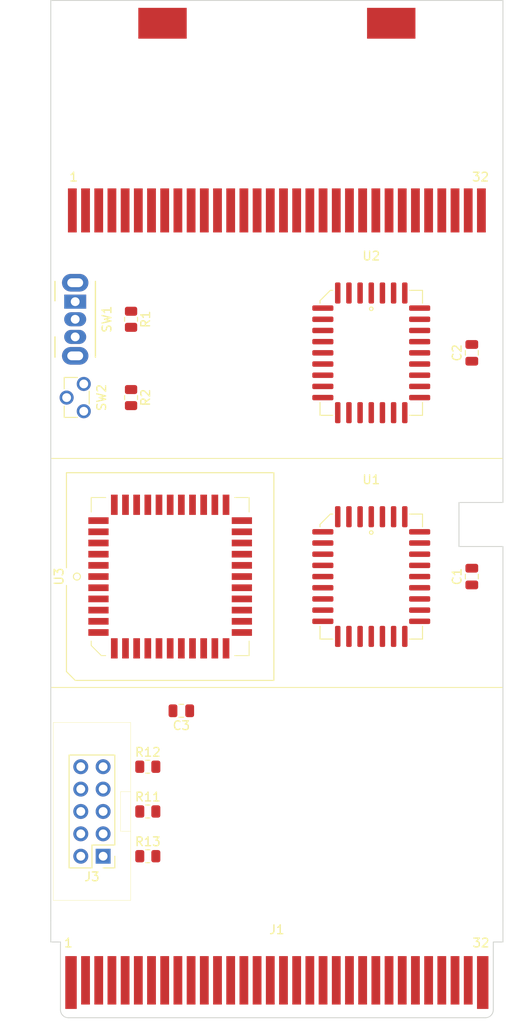
<source format=kicad_pcb>
(kicad_pcb (version 20171130) (host pcbnew "(5.1.10-1-10_14)")

  (general
    (thickness 0.8)
    (drawings 9)
    (tracks 0)
    (zones 0)
    (modules 16)
    (nets 50)
  )

  (page A4)
  (title_block
    (title "GB MemoryBackup Mainboard")
    (date 2023-03-14)
    (rev 1.0)
    (company SONIC3D)
  )

  (layers
    (0 F.Cu signal)
    (31 B.Cu signal)
    (32 B.Adhes user)
    (33 F.Adhes user)
    (34 B.Paste user)
    (35 F.Paste user)
    (36 B.SilkS user)
    (37 F.SilkS user)
    (38 B.Mask user)
    (39 F.Mask user)
    (40 Dwgs.User user)
    (41 Cmts.User user)
    (42 Eco1.User user)
    (43 Eco2.User user)
    (44 Edge.Cuts user)
    (45 Margin user)
    (46 B.CrtYd user)
    (47 F.CrtYd user)
    (48 B.Fab user)
    (49 F.Fab user)
  )

  (setup
    (last_trace_width 0.25)
    (trace_clearance 0.2)
    (zone_clearance 0.508)
    (zone_45_only yes)
    (trace_min 0.2)
    (via_size 0.8)
    (via_drill 0.4)
    (via_min_size 0.4)
    (via_min_drill 0.3)
    (uvia_size 0.3)
    (uvia_drill 0.1)
    (uvias_allowed no)
    (uvia_min_size 0.2)
    (uvia_min_drill 0.1)
    (edge_width 0.05)
    (segment_width 0.2)
    (pcb_text_width 0.3)
    (pcb_text_size 1.5 1.5)
    (mod_edge_width 0.12)
    (mod_text_size 1 1)
    (mod_text_width 0.15)
    (pad_size 1.524 1.524)
    (pad_drill 0.762)
    (pad_to_mask_clearance 0.051)
    (solder_mask_min_width 0.25)
    (aux_axis_origin 0 0)
    (visible_elements FFFFFF7F)
    (pcbplotparams
      (layerselection 0x010fc_ffffffff)
      (usegerberextensions false)
      (usegerberattributes true)
      (usegerberadvancedattributes true)
      (creategerberjobfile true)
      (excludeedgelayer true)
      (linewidth 0.100000)
      (plotframeref false)
      (viasonmask false)
      (mode 1)
      (useauxorigin false)
      (hpglpennumber 1)
      (hpglpenspeed 20)
      (hpglpendiameter 15.000000)
      (psnegative false)
      (psa4output false)
      (plotreference true)
      (plotvalue true)
      (plotinvisibletext false)
      (padsonsilk false)
      (subtractmaskfromsilk false)
      (outputformat 1)
      (mirror false)
      (drillshape 1)
      (scaleselection 1)
      (outputdirectory ""))
  )

  (net 0 "")
  (net 1 +5V)
  (net 2 GND)
  (net 3 /AAudioIn)
  (net 4 /~ARST)
  (net 5 /AD7)
  (net 6 /AD6)
  (net 7 /AD5)
  (net 8 /AD4)
  (net 9 /AD3)
  (net 10 /AD2)
  (net 11 /AD1)
  (net 12 /AD0)
  (net 13 /AA15)
  (net 14 /AA14)
  (net 15 /AA13)
  (net 16 /AA12)
  (net 17 /AA11)
  (net 18 /AA10)
  (net 19 /AA9)
  (net 20 /AA8)
  (net 21 /AA7)
  (net 22 /AA6)
  (net 23 /AA5)
  (net 24 /AA4)
  (net 25 /AA3)
  (net 26 /AA2)
  (net 27 /AA1)
  (net 28 /AA0)
  (net 29 /~ASRAM_CS)
  (net 30 /~ARD)
  (net 31 /~AWR)
  (net 32 /ACLK)
  (net 33 /AA15_T)
  (net 34 /~ARD_T)
  (net 35 /~AWR_T)
  (net 36 /TCK)
  (net 37 /TDO)
  (net 38 /TMS)
  (net 39 /TDI)
  (net 40 /~SW_1)
  (net 41 /~SW_2)
  (net 42 /F010_A14)
  (net 43 /~F_CE_010)
  (net 44 /F040_A17)
  (net 45 /F040_A14)
  (net 46 /~F_CE_040)
  (net 47 /F040_A15)
  (net 48 /F040_A16)
  (net 49 /F040_A18)

  (net_class Default "This is the default net class."
    (clearance 0.2)
    (trace_width 0.25)
    (via_dia 0.8)
    (via_drill 0.4)
    (uvia_dia 0.3)
    (uvia_drill 0.1)
    (add_net +5V)
    (add_net /AA0)
    (add_net /AA1)
    (add_net /AA10)
    (add_net /AA11)
    (add_net /AA12)
    (add_net /AA13)
    (add_net /AA14)
    (add_net /AA15)
    (add_net /AA15_T)
    (add_net /AA2)
    (add_net /AA3)
    (add_net /AA4)
    (add_net /AA5)
    (add_net /AA6)
    (add_net /AA7)
    (add_net /AA8)
    (add_net /AA9)
    (add_net /AAudioIn)
    (add_net /ACLK)
    (add_net /AD0)
    (add_net /AD1)
    (add_net /AD2)
    (add_net /AD3)
    (add_net /AD4)
    (add_net /AD5)
    (add_net /AD6)
    (add_net /AD7)
    (add_net /F010_A14)
    (add_net /F040_A14)
    (add_net /F040_A15)
    (add_net /F040_A16)
    (add_net /F040_A17)
    (add_net /F040_A18)
    (add_net /TCK)
    (add_net /TDI)
    (add_net /TDO)
    (add_net /TMS)
    (add_net /~ARD)
    (add_net /~ARD_T)
    (add_net /~ARST)
    (add_net /~ASRAM_CS)
    (add_net /~AWR)
    (add_net /~AWR_T)
    (add_net /~F_CE_010)
    (add_net /~F_CE_040)
    (add_net /~SW_1)
    (add_net /~SW_2)
    (add_net GND)
  )

  (module Button_Switch_THT_JLCPCB:KEY-TH_K2-1109DE-CXXW-XX (layer F.Cu) (tedit 6410A170) (tstamp 6410B7AC)
    (at 66.675 85.09 270)
    (descr "tactile switch SPST right angle, PTS645VL58-2 LFS")
    (tags "tactile switch SPST angled PTS645VL58-2 LFS C&K Button")
    (path /64692872)
    (solder_mask_margin 0.051)
    (fp_text reference SW2 (at 0 -3 270) (layer F.SilkS)
      (effects (font (size 1 1) (thickness 0.15)))
    )
    (fp_text value SW_Push (at 0 4.75 90) (layer F.Fab)
      (effects (font (size 1 1) (thickness 0.15)))
    )
    (fp_text user %R (at 0 -3 270) (layer F.Fab)
      (effects (font (size 1 1) (thickness 0.15)))
    )
    (fp_line (start 2.5 3.75) (end -2.5 3.75) (layer F.CrtYd) (width 0.05))
    (fp_line (start -2.5 3.75) (end -2.5 -2.25) (layer F.CrtYd) (width 0.05))
    (fp_line (start -2.5 -2.25) (end 2.5 -2.25) (layer F.CrtYd) (width 0.05))
    (fp_line (start 2.5 -2.25) (end 2.5 3.75) (layer F.CrtYd) (width 0.05))
    (fp_line (start -2.286 1.25) (end -2.286 -0.255) (layer F.SilkS) (width 0.12))
    (fp_line (start 0.722 -1.59) (end -0.722 -1.59) (layer F.SilkS) (width 0.12))
    (fp_line (start -2.286 1.25) (end -1 1.25) (layer F.SilkS) (width 0.12))
    (fp_line (start 0.964 1.25) (end 2.25 1.25) (layer F.SilkS) (width 0.12))
    (fp_line (start 2.25 1.25) (end 2.25 -0.255) (layer F.SilkS) (width 0.12))
    (fp_line (start -1.25 1.25) (end -1.25 3.5) (layer F.Fab) (width 0.12))
    (fp_line (start -1.25 3.5) (end 1.25 3.5) (layer F.Fab) (width 0.12))
    (fp_line (start 1.25 3.5) (end 1.25 1.25) (layer F.Fab) (width 0.12))
    (pad 3 thru_hole circle (at 0 0.975 90) (size 1.6 1.6) (drill 1) (layers *.Cu *.Mask))
    (pad 1 thru_hole circle (at 1.549 -0.975 90) (size 1.6 1.6) (drill 1) (layers *.Cu *.Mask)
      (net 41 /~SW_2))
    (pad 2 thru_hole circle (at -1.549 -0.975 90) (size 1.6 1.6) (drill 1) (layers *.Cu *.Mask)
      (net 2 GND))
    (model ${KISYS3DMOD}/Button_Switch_THT.3dshapes/SW_Tactile_SPST_Angled_PTS645Vx58-2LFS.wrl
      (at (xyz 0 0 0))
      (scale (xyz 1 1 1))
      (rotate (xyz 0 0 0))
    )
  )

  (module Package_LCC_JLCPCB:PLCC-32_L14.0-W11.5-P1.27-T (layer F.Cu) (tedit 64108B26) (tstamp 6410C0E7)
    (at 100.33 80.01)
    (descr "PLCC, 32 Pin (http://ww1.microchip.com/downloads/en/DeviceDoc/doc0015.pdf), generated with kicad-footprint-generator ipc_plcc_jLead_generator.py")
    (tags "PLCC LCC")
    (path /64EAD1E4)
    (solder_mask_margin 0.051)
    (attr smd)
    (fp_text reference U2 (at 0 -11) (layer F.SilkS)
      (effects (font (size 1 1) (thickness 0.15)))
    )
    (fp_text value 28SF040-120-4C-NH-PLCC32 (at 0 11.2) (layer F.Fab)
      (effects (font (size 1 1) (thickness 0.15)))
    )
    (fp_circle (center 0 -5) (end 0.206155 -5) (layer F.SilkS) (width 0.12))
    (fp_line (start -8.95 10.35) (end -8.95 -10.35) (layer F.CrtYd) (width 0.12))
    (fp_line (start 8.95 10.35) (end -8.95 10.35) (layer F.CrtYd) (width 0.12))
    (fp_line (start 8.95 -10.35) (end 8.95 10.35) (layer F.CrtYd) (width 0.12))
    (fp_line (start -8.95 -10.35) (end 8.95 -10.35) (layer F.CrtYd) (width 0.12))
    (fp_line (start 4.37 -7.095) (end 5.825 -7.095) (layer F.SilkS) (width 0.12))
    (fp_line (start 5.825 -7.095) (end 5.825 -5.64) (layer F.SilkS) (width 0.12))
    (fp_line (start -4.37 7.095) (end -5.825 7.095) (layer F.SilkS) (width 0.12))
    (fp_line (start -5.825 7.095) (end -5.825 5.64) (layer F.SilkS) (width 0.12))
    (fp_line (start 4.37 7.095) (end 5.825 7.095) (layer F.SilkS) (width 0.12))
    (fp_line (start 5.825 7.095) (end 5.825 5.64) (layer F.SilkS) (width 0.12))
    (fp_line (start -4.37 -7.095) (end -4.652782 -7.095) (layer F.SilkS) (width 0.12))
    (fp_line (start -4.652782 -7.095) (end -5.825 -5.922782) (layer F.SilkS) (width 0.12))
    (fp_line (start -5.825 -5.922782) (end -5.825 -5.64) (layer F.SilkS) (width 0.12))
    (fp_line (start 0 -6.277893) (end 0.5 -6.985) (layer F.Fab) (width 0.1))
    (fp_line (start 0.5 -6.985) (end 5.715 -6.985) (layer F.Fab) (width 0.1))
    (fp_line (start 5.715 -6.985) (end 5.715 6.985) (layer F.Fab) (width 0.1))
    (fp_line (start 5.715 6.985) (end -5.715 6.985) (layer F.Fab) (width 0.1))
    (fp_line (start -5.715 6.985) (end -5.715 -5.845) (layer F.Fab) (width 0.1))
    (fp_line (start -5.715 -5.845) (end -4.575 -6.985) (layer F.Fab) (width 0.1))
    (fp_line (start -4.575 -6.985) (end -0.5 -6.985) (layer F.Fab) (width 0.1))
    (fp_line (start -0.5 -6.985) (end 0 -6.277893) (layer F.Fab) (width 0.1))
    (fp_text user %R (at 0 0) (layer F.Fab)
      (effects (font (size 1 1) (thickness 0.15)))
    )
    (pad 32 smd roundrect (at 1.27 -6.793) (size 0.62 2.4) (layers F.Cu F.Paste F.Mask) (roundrect_rratio 0.25)
      (net 1 +5V))
    (pad 31 smd roundrect (at 2.54 -6.793) (size 0.62 2.4) (layers F.Cu F.Paste F.Mask) (roundrect_rratio 0.25)
      (net 31 /~AWR))
    (pad 30 smd roundrect (at 3.81 -6.793) (size 0.62 2.4) (layers F.Cu F.Paste F.Mask) (roundrect_rratio 0.25)
      (net 44 /F040_A17))
    (pad 29 smd roundrect (at 5.503 -5.08) (size 2.4 0.62) (layers F.Cu F.Paste F.Mask) (roundrect_rratio 0.25)
      (net 45 /F040_A14))
    (pad 28 smd roundrect (at 5.503 -3.81) (size 2.4 0.62) (layers F.Cu F.Paste F.Mask) (roundrect_rratio 0.25)
      (net 15 /AA13))
    (pad 27 smd roundrect (at 5.503 -2.54) (size 2.4 0.62) (layers F.Cu F.Paste F.Mask) (roundrect_rratio 0.25)
      (net 20 /AA8))
    (pad 26 smd roundrect (at 5.503 -1.27) (size 2.4 0.62) (layers F.Cu F.Paste F.Mask) (roundrect_rratio 0.25)
      (net 19 /AA9))
    (pad 25 smd roundrect (at 5.503 0) (size 2.4 0.62) (layers F.Cu F.Paste F.Mask) (roundrect_rratio 0.25)
      (net 17 /AA11))
    (pad 24 smd roundrect (at 5.503 1.27) (size 2.4 0.62) (layers F.Cu F.Paste F.Mask) (roundrect_rratio 0.25)
      (net 30 /~ARD))
    (pad 23 smd roundrect (at 5.503 2.54) (size 2.4 0.62) (layers F.Cu F.Paste F.Mask) (roundrect_rratio 0.25)
      (net 18 /AA10))
    (pad 22 smd roundrect (at 5.503 3.81) (size 2.4 0.62) (layers F.Cu F.Paste F.Mask) (roundrect_rratio 0.25)
      (net 46 /~F_CE_040))
    (pad 21 smd roundrect (at 5.503 5.08) (size 2.4 0.62) (layers F.Cu F.Paste F.Mask) (roundrect_rratio 0.25)
      (net 5 /AD7))
    (pad 20 smd roundrect (at 3.81 6.793) (size 0.62 2.4) (layers F.Cu F.Paste F.Mask) (roundrect_rratio 0.25)
      (net 6 /AD6))
    (pad 19 smd roundrect (at 2.54 6.793) (size 0.62 2.4) (layers F.Cu F.Paste F.Mask) (roundrect_rratio 0.25)
      (net 7 /AD5))
    (pad 18 smd roundrect (at 1.27 6.793) (size 0.62 2.4) (layers F.Cu F.Paste F.Mask) (roundrect_rratio 0.25)
      (net 8 /AD4))
    (pad 17 smd roundrect (at 0 6.793) (size 0.62 2.4) (layers F.Cu F.Paste F.Mask) (roundrect_rratio 0.25)
      (net 9 /AD3))
    (pad 16 smd roundrect (at -1.27 6.793) (size 0.62 2.4) (layers F.Cu F.Paste F.Mask) (roundrect_rratio 0.25)
      (net 2 GND))
    (pad 15 smd roundrect (at -2.54 6.793) (size 0.62 2.4) (layers F.Cu F.Paste F.Mask) (roundrect_rratio 0.25)
      (net 10 /AD2))
    (pad 14 smd roundrect (at -3.81 6.793) (size 0.62 2.4) (layers F.Cu F.Paste F.Mask) (roundrect_rratio 0.25)
      (net 11 /AD1))
    (pad 13 smd roundrect (at -5.503 5.08) (size 2.4 0.62) (layers F.Cu F.Paste F.Mask) (roundrect_rratio 0.25)
      (net 12 /AD0))
    (pad 12 smd roundrect (at -5.503 3.81) (size 2.4 0.62) (layers F.Cu F.Paste F.Mask) (roundrect_rratio 0.25)
      (net 28 /AA0))
    (pad 11 smd roundrect (at -5.503 2.54) (size 2.4 0.62) (layers F.Cu F.Paste F.Mask) (roundrect_rratio 0.25)
      (net 27 /AA1))
    (pad 10 smd roundrect (at -5.503 1.27) (size 2.4 0.62) (layers F.Cu F.Paste F.Mask) (roundrect_rratio 0.25)
      (net 26 /AA2))
    (pad 9 smd roundrect (at -5.503 0) (size 2.4 0.62) (layers F.Cu F.Paste F.Mask) (roundrect_rratio 0.25)
      (net 25 /AA3))
    (pad 8 smd roundrect (at -5.503 -1.27) (size 2.4 0.62) (layers F.Cu F.Paste F.Mask) (roundrect_rratio 0.25)
      (net 24 /AA4))
    (pad 7 smd roundrect (at -5.503 -2.54) (size 2.4 0.62) (layers F.Cu F.Paste F.Mask) (roundrect_rratio 0.25)
      (net 23 /AA5))
    (pad 6 smd roundrect (at -5.503 -3.81) (size 2.4 0.62) (layers F.Cu F.Paste F.Mask) (roundrect_rratio 0.25)
      (net 22 /AA6))
    (pad 5 smd roundrect (at -5.503 -5.08) (size 2.4 0.62) (layers F.Cu F.Paste F.Mask) (roundrect_rratio 0.25)
      (net 21 /AA7))
    (pad 4 smd roundrect (at -3.81 -6.793) (size 0.62 2.4) (layers F.Cu F.Paste F.Mask) (roundrect_rratio 0.25)
      (net 16 /AA12))
    (pad 3 smd roundrect (at -2.54 -6.793) (size 0.62 2.4) (layers F.Cu F.Paste F.Mask) (roundrect_rratio 0.25)
      (net 47 /F040_A15))
    (pad 2 smd roundrect (at -1.27 -6.793) (size 0.62 2.4) (layers F.Cu F.Paste F.Mask) (roundrect_rratio 0.25)
      (net 48 /F040_A16))
    (pad 1 smd roundrect (at 0 -6.793) (size 0.62 2.4) (layers F.Cu F.Paste F.Mask) (roundrect_rratio 0.25)
      (net 49 /F040_A18))
    (model ${KISYS3DMOD}/Package_LCC.3dshapes/PLCC-32_11.4x14.0mm_P1.27mm.wrl
      (at (xyz 0 0 0))
      (scale (xyz 1 1 1))
      (rotate (xyz 0 0 0))
    )
  )

  (module Package_LCC_JLCPCB:PLCC-32_L14.0-W11.5-P1.27-T (layer F.Cu) (tedit 64108B26) (tstamp 64110243)
    (at 100.33 105.41)
    (descr "PLCC, 32 Pin (http://ww1.microchip.com/downloads/en/DeviceDoc/doc0015.pdf), generated with kicad-footprint-generator ipc_plcc_jLead_generator.py")
    (tags "PLCC LCC")
    (path /62148CFE)
    (solder_mask_margin 0.051)
    (attr smd)
    (fp_text reference U1 (at 0 -11) (layer F.SilkS)
      (effects (font (size 1 1) (thickness 0.15)))
    )
    (fp_text value AT29C010A-PLCC32 (at 0 11.2) (layer F.Fab)
      (effects (font (size 1 1) (thickness 0.15)))
    )
    (fp_circle (center 0 -5) (end 0.206155 -5) (layer F.SilkS) (width 0.12))
    (fp_line (start -8.95 10.35) (end -8.95 -10.35) (layer F.CrtYd) (width 0.12))
    (fp_line (start 8.95 10.35) (end -8.95 10.35) (layer F.CrtYd) (width 0.12))
    (fp_line (start 8.95 -10.35) (end 8.95 10.35) (layer F.CrtYd) (width 0.12))
    (fp_line (start -8.95 -10.35) (end 8.95 -10.35) (layer F.CrtYd) (width 0.12))
    (fp_line (start 4.37 -7.095) (end 5.825 -7.095) (layer F.SilkS) (width 0.12))
    (fp_line (start 5.825 -7.095) (end 5.825 -5.64) (layer F.SilkS) (width 0.12))
    (fp_line (start -4.37 7.095) (end -5.825 7.095) (layer F.SilkS) (width 0.12))
    (fp_line (start -5.825 7.095) (end -5.825 5.64) (layer F.SilkS) (width 0.12))
    (fp_line (start 4.37 7.095) (end 5.825 7.095) (layer F.SilkS) (width 0.12))
    (fp_line (start 5.825 7.095) (end 5.825 5.64) (layer F.SilkS) (width 0.12))
    (fp_line (start -4.37 -7.095) (end -4.652782 -7.095) (layer F.SilkS) (width 0.12))
    (fp_line (start -4.652782 -7.095) (end -5.825 -5.922782) (layer F.SilkS) (width 0.12))
    (fp_line (start -5.825 -5.922782) (end -5.825 -5.64) (layer F.SilkS) (width 0.12))
    (fp_line (start 0 -6.277893) (end 0.5 -6.985) (layer F.Fab) (width 0.1))
    (fp_line (start 0.5 -6.985) (end 5.715 -6.985) (layer F.Fab) (width 0.1))
    (fp_line (start 5.715 -6.985) (end 5.715 6.985) (layer F.Fab) (width 0.1))
    (fp_line (start 5.715 6.985) (end -5.715 6.985) (layer F.Fab) (width 0.1))
    (fp_line (start -5.715 6.985) (end -5.715 -5.845) (layer F.Fab) (width 0.1))
    (fp_line (start -5.715 -5.845) (end -4.575 -6.985) (layer F.Fab) (width 0.1))
    (fp_line (start -4.575 -6.985) (end -0.5 -6.985) (layer F.Fab) (width 0.1))
    (fp_line (start -0.5 -6.985) (end 0 -6.277893) (layer F.Fab) (width 0.1))
    (fp_text user %R (at 0 0) (layer F.Fab)
      (effects (font (size 1 1) (thickness 0.15)))
    )
    (pad 32 smd roundrect (at 1.27 -6.793) (size 0.62 2.4) (layers F.Cu F.Paste F.Mask) (roundrect_rratio 0.25)
      (net 1 +5V))
    (pad 31 smd roundrect (at 2.54 -6.793) (size 0.62 2.4) (layers F.Cu F.Paste F.Mask) (roundrect_rratio 0.25)
      (net 31 /~AWR))
    (pad 30 smd roundrect (at 3.81 -6.793) (size 0.62 2.4) (layers F.Cu F.Paste F.Mask) (roundrect_rratio 0.25)
      (net 2 GND))
    (pad 29 smd roundrect (at 5.503 -5.08) (size 2.4 0.62) (layers F.Cu F.Paste F.Mask) (roundrect_rratio 0.25)
      (net 42 /F010_A14))
    (pad 28 smd roundrect (at 5.503 -3.81) (size 2.4 0.62) (layers F.Cu F.Paste F.Mask) (roundrect_rratio 0.25)
      (net 15 /AA13))
    (pad 27 smd roundrect (at 5.503 -2.54) (size 2.4 0.62) (layers F.Cu F.Paste F.Mask) (roundrect_rratio 0.25)
      (net 20 /AA8))
    (pad 26 smd roundrect (at 5.503 -1.27) (size 2.4 0.62) (layers F.Cu F.Paste F.Mask) (roundrect_rratio 0.25)
      (net 19 /AA9))
    (pad 25 smd roundrect (at 5.503 0) (size 2.4 0.62) (layers F.Cu F.Paste F.Mask) (roundrect_rratio 0.25)
      (net 17 /AA11))
    (pad 24 smd roundrect (at 5.503 1.27) (size 2.4 0.62) (layers F.Cu F.Paste F.Mask) (roundrect_rratio 0.25)
      (net 30 /~ARD))
    (pad 23 smd roundrect (at 5.503 2.54) (size 2.4 0.62) (layers F.Cu F.Paste F.Mask) (roundrect_rratio 0.25)
      (net 18 /AA10))
    (pad 22 smd roundrect (at 5.503 3.81) (size 2.4 0.62) (layers F.Cu F.Paste F.Mask) (roundrect_rratio 0.25)
      (net 43 /~F_CE_010))
    (pad 21 smd roundrect (at 5.503 5.08) (size 2.4 0.62) (layers F.Cu F.Paste F.Mask) (roundrect_rratio 0.25)
      (net 5 /AD7))
    (pad 20 smd roundrect (at 3.81 6.793) (size 0.62 2.4) (layers F.Cu F.Paste F.Mask) (roundrect_rratio 0.25)
      (net 6 /AD6))
    (pad 19 smd roundrect (at 2.54 6.793) (size 0.62 2.4) (layers F.Cu F.Paste F.Mask) (roundrect_rratio 0.25)
      (net 7 /AD5))
    (pad 18 smd roundrect (at 1.27 6.793) (size 0.62 2.4) (layers F.Cu F.Paste F.Mask) (roundrect_rratio 0.25)
      (net 8 /AD4))
    (pad 17 smd roundrect (at 0 6.793) (size 0.62 2.4) (layers F.Cu F.Paste F.Mask) (roundrect_rratio 0.25)
      (net 9 /AD3))
    (pad 16 smd roundrect (at -1.27 6.793) (size 0.62 2.4) (layers F.Cu F.Paste F.Mask) (roundrect_rratio 0.25)
      (net 2 GND))
    (pad 15 smd roundrect (at -2.54 6.793) (size 0.62 2.4) (layers F.Cu F.Paste F.Mask) (roundrect_rratio 0.25)
      (net 10 /AD2))
    (pad 14 smd roundrect (at -3.81 6.793) (size 0.62 2.4) (layers F.Cu F.Paste F.Mask) (roundrect_rratio 0.25)
      (net 11 /AD1))
    (pad 13 smd roundrect (at -5.503 5.08) (size 2.4 0.62) (layers F.Cu F.Paste F.Mask) (roundrect_rratio 0.25)
      (net 12 /AD0))
    (pad 12 smd roundrect (at -5.503 3.81) (size 2.4 0.62) (layers F.Cu F.Paste F.Mask) (roundrect_rratio 0.25)
      (net 28 /AA0))
    (pad 11 smd roundrect (at -5.503 2.54) (size 2.4 0.62) (layers F.Cu F.Paste F.Mask) (roundrect_rratio 0.25)
      (net 27 /AA1))
    (pad 10 smd roundrect (at -5.503 1.27) (size 2.4 0.62) (layers F.Cu F.Paste F.Mask) (roundrect_rratio 0.25)
      (net 26 /AA2))
    (pad 9 smd roundrect (at -5.503 0) (size 2.4 0.62) (layers F.Cu F.Paste F.Mask) (roundrect_rratio 0.25)
      (net 25 /AA3))
    (pad 8 smd roundrect (at -5.503 -1.27) (size 2.4 0.62) (layers F.Cu F.Paste F.Mask) (roundrect_rratio 0.25)
      (net 24 /AA4))
    (pad 7 smd roundrect (at -5.503 -2.54) (size 2.4 0.62) (layers F.Cu F.Paste F.Mask) (roundrect_rratio 0.25)
      (net 23 /AA5))
    (pad 6 smd roundrect (at -5.503 -3.81) (size 2.4 0.62) (layers F.Cu F.Paste F.Mask) (roundrect_rratio 0.25)
      (net 22 /AA6))
    (pad 5 smd roundrect (at -5.503 -5.08) (size 2.4 0.62) (layers F.Cu F.Paste F.Mask) (roundrect_rratio 0.25)
      (net 21 /AA7))
    (pad 4 smd roundrect (at -3.81 -6.793) (size 0.62 2.4) (layers F.Cu F.Paste F.Mask) (roundrect_rratio 0.25)
      (net 16 /AA12))
    (pad 3 smd roundrect (at -2.54 -6.793) (size 0.62 2.4) (layers F.Cu F.Paste F.Mask) (roundrect_rratio 0.25)
      (net 2 GND))
    (pad 2 smd roundrect (at -1.27 -6.793) (size 0.62 2.4) (layers F.Cu F.Paste F.Mask) (roundrect_rratio 0.25)
      (net 2 GND))
    (pad 1 smd roundrect (at 0 -6.793) (size 0.62 2.4) (layers F.Cu F.Paste F.Mask) (roundrect_rratio 0.25)
      (net 2 GND))
    (model ${KISYS3DMOD}/Package_LCC.3dshapes/PLCC-32_11.4x14.0mm_P1.27mm.wrl
      (at (xyz 0 0 0))
      (scale (xyz 1 1 1))
      (rotate (xyz 0 0 0))
    )
  )

  (module Package_LCC_JLCPCB:LCC-44_L23.2-W23.2-P1.27-T (layer F.Cu) (tedit 631A44C9) (tstamp 6410ECBB)
    (at 77.47 105.41 90)
    (descr "PLCC, 44 pins, surface mount")
    (tags "plcc smt")
    (path /64763424)
    (solder_mask_margin 0.05)
    (attr smd)
    (fp_text reference U3 (at 0 -12.64 90) (layer F.SilkS)
      (effects (font (size 1 1) (thickness 0.15)))
    )
    (fp_text value Generic-ATF15xx-PLCC44 (at 0 12.64 90) (layer F.Fab)
      (effects (font (size 1 1) (thickness 0.15)))
    )
    (fp_line (start 8.975 8.975) (end 8.975 7.325) (layer F.SilkS) (width 0.1))
    (fp_line (start 7.325 8.975) (end 8.975 8.975) (layer F.SilkS) (width 0.1))
    (fp_line (start -8.975 8.975) (end -8.975 7.325) (layer F.SilkS) (width 0.1))
    (fp_line (start -7.325 8.975) (end -8.975 8.975) (layer F.SilkS) (width 0.1))
    (fp_line (start 8.975 -8.975) (end 8.975 -7.325) (layer F.SilkS) (width 0.1))
    (fp_line (start 7.325 -8.975) (end 8.975 -8.975) (layer F.SilkS) (width 0.1))
    (fp_line (start -8.975 -7.825) (end -8.975 -7.325) (layer F.SilkS) (width 0.1))
    (fp_line (start -7.825 -8.975) (end -8.975 -7.825) (layer F.SilkS) (width 0.1))
    (fp_line (start -7.325 -8.975) (end -7.825 -8.975) (layer F.SilkS) (width 0.1))
    (fp_line (start 11.79 -11.79) (end 1 -11.79) (layer F.SilkS) (width 0.12))
    (fp_line (start 11.79 11.79) (end 11.79 -11.79) (layer F.SilkS) (width 0.12))
    (fp_line (start -11.79 11.79) (end 11.79 11.79) (layer F.SilkS) (width 0.12))
    (fp_line (start -11.79 -10.79) (end -11.79 11.79) (layer F.SilkS) (width 0.12))
    (fp_line (start -10.79 -11.79) (end -11.79 -10.79) (layer F.SilkS) (width 0.12))
    (fp_line (start -1 -11.79) (end -10.79 -11.79) (layer F.SilkS) (width 0.12))
    (fp_line (start 0 -10.64) (end 0.5 -11.64) (layer F.Fab) (width 0.1))
    (fp_line (start -0.5 -11.64) (end 0 -10.64) (layer F.Fab) (width 0.1))
    (fp_line (start 10.37 -10.37) (end -10.37 -10.37) (layer F.Fab) (width 0.1))
    (fp_line (start 10.37 10.37) (end 10.37 -10.37) (layer F.Fab) (width 0.1))
    (fp_line (start -10.37 10.37) (end 10.37 10.37) (layer F.Fab) (width 0.1))
    (fp_line (start -10.37 -10.37) (end -10.37 10.37) (layer F.Fab) (width 0.1))
    (fp_line (start 8.825 -8.825) (end -7.825 -8.825) (layer F.Fab) (width 0.1))
    (fp_line (start 8.825 8.825) (end 8.825 -8.825) (layer F.Fab) (width 0.1))
    (fp_line (start -8.825 8.825) (end 8.825 8.825) (layer F.Fab) (width 0.1))
    (fp_line (start -8.825 -7.825) (end -8.825 8.825) (layer F.Fab) (width 0.1))
    (fp_line (start -7.825 -8.825) (end -8.825 -7.825) (layer F.Fab) (width 0.1))
    (fp_line (start 12.1 -12.1) (end -12.1 -12.1) (layer F.CrtYd) (width 0.05))
    (fp_line (start 12.1 12.1) (end 12.1 -12.1) (layer F.CrtYd) (width 0.05))
    (fp_line (start -12.1 12.1) (end 12.1 12.1) (layer F.CrtYd) (width 0.05))
    (fp_line (start -12.1 -12.1) (end -12.1 12.1) (layer F.CrtYd) (width 0.05))
    (fp_line (start 11.64 -11.64) (end -10.64 -11.64) (layer F.Fab) (width 0.1))
    (fp_line (start 11.64 11.64) (end 11.64 -11.64) (layer F.Fab) (width 0.1))
    (fp_line (start -11.64 11.64) (end 11.64 11.64) (layer F.Fab) (width 0.1))
    (fp_line (start -11.64 -10.64) (end -11.64 11.64) (layer F.Fab) (width 0.1))
    (fp_line (start -10.64 -11.64) (end -11.64 -10.64) (layer F.Fab) (width 0.1))
    (fp_circle (center 0 -10.6) (end 0.4 -10.6) (layer F.SilkS) (width 0.12))
    (fp_text user %R (at 0 0 90) (layer F.Fab)
      (effects (font (size 1 1) (thickness 0.15)))
    )
    (pad 39 smd rect (at 8.15 -6.35 90) (size 2.3 0.76) (layers F.Cu F.Paste F.Mask)
      (net 46 /~F_CE_040))
    (pad 38 smd rect (at 8.15 -5.08 90) (size 2.3 0.76) (layers F.Cu F.Paste F.Mask)
      (net 37 /TDO))
    (pad 37 smd rect (at 8.15 -3.81 90) (size 2.3 0.76) (layers F.Cu F.Paste F.Mask)
      (net 49 /F040_A18))
    (pad 36 smd rect (at 8.15 -2.54 90) (size 2.3 0.76) (layers F.Cu F.Paste F.Mask)
      (net 44 /F040_A17))
    (pad 35 smd rect (at 8.15 -1.27 90) (size 2.3 0.76) (layers F.Cu F.Paste F.Mask)
      (net 1 +5V))
    (pad 34 smd rect (at 8.15 0 90) (size 2.3 0.76) (layers F.Cu F.Paste F.Mask)
      (net 48 /F040_A16))
    (pad 33 smd rect (at 8.15 1.27 90) (size 2.3 0.76) (layers F.Cu F.Paste F.Mask)
      (net 47 /F040_A15))
    (pad 32 smd rect (at 8.15 2.54 90) (size 2.3 0.76) (layers F.Cu F.Paste F.Mask)
      (net 36 /TCK))
    (pad 31 smd rect (at 8.15 3.81 90) (size 2.3 0.76) (layers F.Cu F.Paste F.Mask)
      (net 45 /F040_A14))
    (pad 30 smd rect (at 8.15 5.08 90) (size 2.3 0.76) (layers F.Cu F.Paste F.Mask)
      (net 2 GND))
    (pad 29 smd rect (at 8.15 6.35 90) (size 2.3 0.76) (layers F.Cu F.Paste F.Mask)
      (net 5 /AD7))
    (pad 28 smd rect (at 6.35 8.15 90) (size 0.76 2.3) (layers F.Cu F.Paste F.Mask)
      (net 6 /AD6))
    (pad 27 smd rect (at 5.08 8.15 90) (size 0.76 2.3) (layers F.Cu F.Paste F.Mask)
      (net 7 /AD5))
    (pad 26 smd rect (at 3.81 8.15 90) (size 0.76 2.3) (layers F.Cu F.Paste F.Mask)
      (net 8 /AD4))
    (pad 25 smd rect (at 2.54 8.15 90) (size 0.76 2.3) (layers F.Cu F.Paste F.Mask)
      (net 9 /AD3))
    (pad 24 smd rect (at 1.27 8.15 90) (size 0.76 2.3) (layers F.Cu F.Paste F.Mask)
      (net 10 /AD2))
    (pad 23 smd rect (at 0 8.15 90) (size 0.76 2.3) (layers F.Cu F.Paste F.Mask)
      (net 1 +5V))
    (pad 22 smd rect (at -1.27 8.15 90) (size 0.76 2.3) (layers F.Cu F.Paste F.Mask)
      (net 2 GND))
    (pad 21 smd rect (at -2.54 8.15 90) (size 0.76 2.3) (layers F.Cu F.Paste F.Mask)
      (net 11 /AD1))
    (pad 20 smd rect (at -3.81 8.15 90) (size 0.76 2.3) (layers F.Cu F.Paste F.Mask)
      (net 12 /AD0))
    (pad 19 smd rect (at -5.08 8.15 90) (size 0.76 2.3) (layers F.Cu F.Paste F.Mask)
      (net 13 /AA15))
    (pad 18 smd rect (at -6.35 8.15 90) (size 0.76 2.3) (layers F.Cu F.Paste F.Mask)
      (net 14 /AA14))
    (pad 17 smd rect (at -8.15 6.35 90) (size 2.3 0.76) (layers F.Cu F.Paste F.Mask)
      (net 15 /AA13))
    (pad 16 smd rect (at -8.15 5.08 90) (size 2.3 0.76) (layers F.Cu F.Paste F.Mask)
      (net 16 /AA12))
    (pad 15 smd rect (at -8.15 3.81 90) (size 2.3 0.76) (layers F.Cu F.Paste F.Mask)
      (net 1 +5V))
    (pad 14 smd rect (at -8.15 2.54 90) (size 2.3 0.76) (layers F.Cu F.Paste F.Mask)
      (net 17 /AA11))
    (pad 13 smd rect (at -8.15 1.27 90) (size 2.3 0.76) (layers F.Cu F.Paste F.Mask)
      (net 38 /TMS))
    (pad 12 smd rect (at -8.15 0 90) (size 2.3 0.76) (layers F.Cu F.Paste F.Mask)
      (net 18 /AA10))
    (pad 11 smd rect (at -8.15 -1.27 90) (size 2.3 0.76) (layers F.Cu F.Paste F.Mask)
      (net 19 /AA9))
    (pad 10 smd rect (at -8.15 -2.54 90) (size 2.3 0.76) (layers F.Cu F.Paste F.Mask)
      (net 2 GND))
    (pad 9 smd rect (at -8.15 -3.81 90) (size 2.3 0.76) (layers F.Cu F.Paste F.Mask)
      (net 20 /AA8))
    (pad 8 smd rect (at -8.15 -5.08 90) (size 2.3 0.76) (layers F.Cu F.Paste F.Mask)
      (net 21 /AA7))
    (pad 7 smd rect (at -8.15 -6.35 90) (size 2.3 0.76) (layers F.Cu F.Paste F.Mask)
      (net 39 /TDI))
    (pad 40 smd rect (at 6.35 -8.15 90) (size 0.76 2.3) (layers F.Cu F.Paste F.Mask)
      (net 43 /~F_CE_010))
    (pad 41 smd rect (at 5.08 -8.15 90) (size 0.76 2.3) (layers F.Cu F.Paste F.Mask)
      (net 42 /F010_A14))
    (pad 42 smd rect (at 3.81 -8.15 90) (size 0.76 2.3) (layers F.Cu F.Paste F.Mask)
      (net 2 GND))
    (pad 43 smd rect (at 2.54 -8.15 90) (size 0.76 2.3) (layers F.Cu F.Paste F.Mask)
      (net 40 /~SW_1))
    (pad 44 smd rect (at 1.27 -8.15 90) (size 0.76 2.3) (layers F.Cu F.Paste F.Mask)
      (net 41 /~SW_2))
    (pad 6 smd rect (at -6.35 -8.15 90) (size 0.76 2.3) (layers F.Cu F.Paste F.Mask)
      (net 34 /~ARD_T))
    (pad 5 smd rect (at -5.08 -8.15 90) (size 0.76 2.3) (layers F.Cu F.Paste F.Mask)
      (net 35 /~AWR_T))
    (pad 4 smd rect (at -3.81 -8.15 90) (size 0.76 2.3) (layers F.Cu F.Paste F.Mask)
      (net 33 /AA15_T))
    (pad 3 smd rect (at -2.54 -8.15 90) (size 0.76 2.3) (layers F.Cu F.Paste F.Mask)
      (net 1 +5V))
    (pad 2 smd rect (at -1.27 -8.15 90) (size 0.76 2.3) (layers F.Cu F.Paste F.Mask)
      (net 30 /~ARD))
    (pad 1 smd rect (at 0 -8.15 90) (size 0.76 2.3) (layers F.Cu F.Paste F.Mask)
      (net 31 /~AWR))
    (model ${KISYS3DMOD}/Package_LCC.3dshapes/PLCC-44_SMD-Socket.wrl
      (at (xyz 0 0 0))
      (scale (xyz 1 1 1))
      (rotate (xyz 0 0 0))
    )
  )

  (module Button_Switch_THT_JLCPCB:SW-TH_SK12D07VG3 (layer F.Cu) (tedit 64103EEE) (tstamp 6410B798)
    (at 66.675 76.2 270)
    (descr "CuK miniature slide switch, OS series, SPDT, right angle, http://www.ckswitches.com/media/1428/os.pdf")
    (tags "switch SPDT")
    (path /64763428)
    (solder_mask_margin 0.051)
    (fp_text reference SW1 (at 0 -3.6 90) (layer F.SilkS)
      (effects (font (size 1 1) (thickness 0.15)))
    )
    (fp_text value SW_SPDT (at 1.7 7.7 90) (layer F.Fab)
      (effects (font (size 1 1) (thickness 0.15)))
    )
    (fp_line (start -5.7 -2.7) (end 5.7 -2.7) (layer F.CrtYd) (width 0.05))
    (fp_line (start -5.7 5.7) (end -5.7 -2.7) (layer F.CrtYd) (width 0.05))
    (fp_line (start 5.7 5.7) (end -5.7 5.7) (layer F.CrtYd) (width 0.05))
    (fp_line (start 5.7 -2.7) (end 5.7 5.7) (layer F.CrtYd) (width 0.05))
    (fp_line (start 2 2.3) (end 4.3 2.3) (layer F.SilkS) (width 0.15))
    (fp_line (start -4.3 2.3) (end -2.1 2.3) (layer F.SilkS) (width 0.15))
    (fp_line (start -4.3 -2.3) (end 4.3 -2.3) (layer F.SilkS) (width 0.15))
    (fp_line (start -2 5.2) (end -2 2.2) (layer F.Fab) (width 0.1))
    (fp_line (start 0 5.2) (end -2 5.2) (layer F.Fab) (width 0.1))
    (fp_line (start 0 2.2) (end 0 5.2) (layer F.Fab) (width 0.1))
    (fp_line (start 4.3 2.2) (end 4.3 -2.2) (layer F.Fab) (width 0.1))
    (fp_line (start -4.3 2.2) (end 4.3 2.2) (layer F.Fab) (width 0.1))
    (fp_line (start -4.3 -2.2) (end -4.3 2.2) (layer F.Fab) (width 0.1))
    (fp_line (start -4.3 -2.2) (end 4.3 -2.2) (layer F.Fab) (width 0.1))
    (fp_text user %R (at 0.3 1.7 90) (layer F.Fab)
      (effects (font (size 0.5 0.5) (thickness 0.1)))
    )
    (pad 4 thru_hole oval (at 4.15 0 270) (size 2 3) (drill oval 1 1.8) (layers *.Cu *.Mask))
    (pad 5 thru_hole oval (at -4.15 0 270) (size 2 3) (drill oval 1 1.8) (layers *.Cu *.Mask))
    (pad 3 thru_hole oval (at 2 0 270) (size 1.6 2.5) (drill 1) (layers *.Cu *.Mask))
    (pad 2 thru_hole oval (at 0 0 270) (size 1.6 2.5) (drill 1) (layers *.Cu *.Mask)
      (net 40 /~SW_1))
    (pad 1 thru_hole rect (at -2 0 270) (size 1.6 2.5) (drill 1) (layers *.Cu *.Mask)
      (net 2 GND))
    (model ${KISYS3DMOD}/Button_Switch_THT.3dshapes/SW_CuK_OS102011MA1QN1_SPDT_Angled.wrl
      (at (xyz 0 0 0))
      (scale (xyz 1 1 1))
      (rotate (xyz 0 0 0))
    )
  )

  (module Resistor_SMD:R_0805_2012Metric (layer F.Cu) (tedit 5F68FEEE) (tstamp 6410FFDA)
    (at 74.93 137.16)
    (descr "Resistor SMD 0805 (2012 Metric), square (rectangular) end terminal, IPC_7351 nominal, (Body size source: IPC-SM-782 page 72, https://www.pcb-3d.com/wordpress/wp-content/uploads/ipc-sm-782a_amendment_1_and_2.pdf), generated with kicad-footprint-generator")
    (tags resistor)
    (path /6389BC49)
    (attr smd)
    (fp_text reference R13 (at 0 -1.65) (layer F.SilkS)
      (effects (font (size 1 1) (thickness 0.15)))
    )
    (fp_text value 1K (at 0 1.65) (layer F.Fab)
      (effects (font (size 1 1) (thickness 0.15)))
    )
    (fp_line (start 1.68 0.95) (end -1.68 0.95) (layer F.CrtYd) (width 0.05))
    (fp_line (start 1.68 -0.95) (end 1.68 0.95) (layer F.CrtYd) (width 0.05))
    (fp_line (start -1.68 -0.95) (end 1.68 -0.95) (layer F.CrtYd) (width 0.05))
    (fp_line (start -1.68 0.95) (end -1.68 -0.95) (layer F.CrtYd) (width 0.05))
    (fp_line (start -0.227064 0.735) (end 0.227064 0.735) (layer F.SilkS) (width 0.12))
    (fp_line (start -0.227064 -0.735) (end 0.227064 -0.735) (layer F.SilkS) (width 0.12))
    (fp_line (start 1 0.625) (end -1 0.625) (layer F.Fab) (width 0.1))
    (fp_line (start 1 -0.625) (end 1 0.625) (layer F.Fab) (width 0.1))
    (fp_line (start -1 -0.625) (end 1 -0.625) (layer F.Fab) (width 0.1))
    (fp_line (start -1 0.625) (end -1 -0.625) (layer F.Fab) (width 0.1))
    (fp_text user %R (at 0 0) (layer F.Fab)
      (effects (font (size 0.5 0.5) (thickness 0.08)))
    )
    (pad 2 smd roundrect (at 0.9125 0) (size 1.025 1.4) (layers F.Cu F.Paste F.Mask) (roundrect_rratio 0.243902)
      (net 36 /TCK))
    (pad 1 smd roundrect (at -0.9125 0) (size 1.025 1.4) (layers F.Cu F.Paste F.Mask) (roundrect_rratio 0.243902)
      (net 2 GND))
    (model ${KISYS3DMOD}/Resistor_SMD.3dshapes/R_0805_2012Metric.wrl
      (at (xyz 0 0 0))
      (scale (xyz 1 1 1))
      (rotate (xyz 0 0 0))
    )
  )

  (module Resistor_SMD:R_0805_2012Metric (layer F.Cu) (tedit 5F68FEEE) (tstamp 6410FFAA)
    (at 74.93 127)
    (descr "Resistor SMD 0805 (2012 Metric), square (rectangular) end terminal, IPC_7351 nominal, (Body size source: IPC-SM-782 page 72, https://www.pcb-3d.com/wordpress/wp-content/uploads/ipc-sm-782a_amendment_1_and_2.pdf), generated with kicad-footprint-generator")
    (tags resistor)
    (path /637A84B9)
    (attr smd)
    (fp_text reference R12 (at 0 -1.65) (layer F.SilkS)
      (effects (font (size 1 1) (thickness 0.15)))
    )
    (fp_text value 10K (at 0 1.65) (layer F.Fab)
      (effects (font (size 1 1) (thickness 0.15)))
    )
    (fp_line (start 1.68 0.95) (end -1.68 0.95) (layer F.CrtYd) (width 0.05))
    (fp_line (start 1.68 -0.95) (end 1.68 0.95) (layer F.CrtYd) (width 0.05))
    (fp_line (start -1.68 -0.95) (end 1.68 -0.95) (layer F.CrtYd) (width 0.05))
    (fp_line (start -1.68 0.95) (end -1.68 -0.95) (layer F.CrtYd) (width 0.05))
    (fp_line (start -0.227064 0.735) (end 0.227064 0.735) (layer F.SilkS) (width 0.12))
    (fp_line (start -0.227064 -0.735) (end 0.227064 -0.735) (layer F.SilkS) (width 0.12))
    (fp_line (start 1 0.625) (end -1 0.625) (layer F.Fab) (width 0.1))
    (fp_line (start 1 -0.625) (end 1 0.625) (layer F.Fab) (width 0.1))
    (fp_line (start -1 -0.625) (end 1 -0.625) (layer F.Fab) (width 0.1))
    (fp_line (start -1 0.625) (end -1 -0.625) (layer F.Fab) (width 0.1))
    (fp_text user %R (at 0 0) (layer F.Fab)
      (effects (font (size 0.5 0.5) (thickness 0.08)))
    )
    (pad 2 smd roundrect (at 0.9125 0) (size 1.025 1.4) (layers F.Cu F.Paste F.Mask) (roundrect_rratio 0.243902)
      (net 1 +5V))
    (pad 1 smd roundrect (at -0.9125 0) (size 1.025 1.4) (layers F.Cu F.Paste F.Mask) (roundrect_rratio 0.243902)
      (net 39 /TDI))
    (model ${KISYS3DMOD}/Resistor_SMD.3dshapes/R_0805_2012Metric.wrl
      (at (xyz 0 0 0))
      (scale (xyz 1 1 1))
      (rotate (xyz 0 0 0))
    )
  )

  (module Resistor_SMD:R_0805_2012Metric (layer F.Cu) (tedit 5F68FEEE) (tstamp 6410FF7A)
    (at 74.93 132.08)
    (descr "Resistor SMD 0805 (2012 Metric), square (rectangular) end terminal, IPC_7351 nominal, (Body size source: IPC-SM-782 page 72, https://www.pcb-3d.com/wordpress/wp-content/uploads/ipc-sm-782a_amendment_1_and_2.pdf), generated with kicad-footprint-generator")
    (tags resistor)
    (path /637A7412)
    (attr smd)
    (fp_text reference R11 (at 0 -1.65) (layer F.SilkS)
      (effects (font (size 1 1) (thickness 0.15)))
    )
    (fp_text value 10K (at 0 1.65) (layer F.Fab)
      (effects (font (size 1 1) (thickness 0.15)))
    )
    (fp_line (start 1.68 0.95) (end -1.68 0.95) (layer F.CrtYd) (width 0.05))
    (fp_line (start 1.68 -0.95) (end 1.68 0.95) (layer F.CrtYd) (width 0.05))
    (fp_line (start -1.68 -0.95) (end 1.68 -0.95) (layer F.CrtYd) (width 0.05))
    (fp_line (start -1.68 0.95) (end -1.68 -0.95) (layer F.CrtYd) (width 0.05))
    (fp_line (start -0.227064 0.735) (end 0.227064 0.735) (layer F.SilkS) (width 0.12))
    (fp_line (start -0.227064 -0.735) (end 0.227064 -0.735) (layer F.SilkS) (width 0.12))
    (fp_line (start 1 0.625) (end -1 0.625) (layer F.Fab) (width 0.1))
    (fp_line (start 1 -0.625) (end 1 0.625) (layer F.Fab) (width 0.1))
    (fp_line (start -1 -0.625) (end 1 -0.625) (layer F.Fab) (width 0.1))
    (fp_line (start -1 0.625) (end -1 -0.625) (layer F.Fab) (width 0.1))
    (fp_text user %R (at 0 0) (layer F.Fab)
      (effects (font (size 0.5 0.5) (thickness 0.08)))
    )
    (pad 2 smd roundrect (at 0.9125 0) (size 1.025 1.4) (layers F.Cu F.Paste F.Mask) (roundrect_rratio 0.243902)
      (net 1 +5V))
    (pad 1 smd roundrect (at -0.9125 0) (size 1.025 1.4) (layers F.Cu F.Paste F.Mask) (roundrect_rratio 0.243902)
      (net 38 /TMS))
    (model ${KISYS3DMOD}/Resistor_SMD.3dshapes/R_0805_2012Metric.wrl
      (at (xyz 0 0 0))
      (scale (xyz 1 1 1))
      (rotate (xyz 0 0 0))
    )
  )

  (module Resistor_SMD:R_0805_2012Metric (layer F.Cu) (tedit 5F68FEEE) (tstamp 6410B74D)
    (at 73.025 85.09 270)
    (descr "Resistor SMD 0805 (2012 Metric), square (rectangular) end terminal, IPC_7351 nominal, (Body size source: IPC-SM-782 page 72, https://www.pcb-3d.com/wordpress/wp-content/uploads/ipc-sm-782a_amendment_1_and_2.pdf), generated with kicad-footprint-generator")
    (tags resistor)
    (path /646B0732)
    (attr smd)
    (fp_text reference R2 (at 0 -1.65 90) (layer F.SilkS)
      (effects (font (size 1 1) (thickness 0.15)))
    )
    (fp_text value 10K (at 0 1.65 90) (layer F.Fab)
      (effects (font (size 1 1) (thickness 0.15)))
    )
    (fp_line (start 1.68 0.95) (end -1.68 0.95) (layer F.CrtYd) (width 0.05))
    (fp_line (start 1.68 -0.95) (end 1.68 0.95) (layer F.CrtYd) (width 0.05))
    (fp_line (start -1.68 -0.95) (end 1.68 -0.95) (layer F.CrtYd) (width 0.05))
    (fp_line (start -1.68 0.95) (end -1.68 -0.95) (layer F.CrtYd) (width 0.05))
    (fp_line (start -0.227064 0.735) (end 0.227064 0.735) (layer F.SilkS) (width 0.12))
    (fp_line (start -0.227064 -0.735) (end 0.227064 -0.735) (layer F.SilkS) (width 0.12))
    (fp_line (start 1 0.625) (end -1 0.625) (layer F.Fab) (width 0.1))
    (fp_line (start 1 -0.625) (end 1 0.625) (layer F.Fab) (width 0.1))
    (fp_line (start -1 -0.625) (end 1 -0.625) (layer F.Fab) (width 0.1))
    (fp_line (start -1 0.625) (end -1 -0.625) (layer F.Fab) (width 0.1))
    (fp_text user %R (at 0 0 90) (layer F.Fab)
      (effects (font (size 0.5 0.5) (thickness 0.08)))
    )
    (pad 2 smd roundrect (at 0.9125 0 270) (size 1.025 1.4) (layers F.Cu F.Paste F.Mask) (roundrect_rratio 0.243902)
      (net 41 /~SW_2))
    (pad 1 smd roundrect (at -0.9125 0 270) (size 1.025 1.4) (layers F.Cu F.Paste F.Mask) (roundrect_rratio 0.243902)
      (net 1 +5V))
    (model ${KISYS3DMOD}/Resistor_SMD.3dshapes/R_0805_2012Metric.wrl
      (at (xyz 0 0 0))
      (scale (xyz 1 1 1))
      (rotate (xyz 0 0 0))
    )
  )

  (module Resistor_SMD:R_0805_2012Metric (layer F.Cu) (tedit 5F68FEEE) (tstamp 6410B73C)
    (at 73.025 76.2 270)
    (descr "Resistor SMD 0805 (2012 Metric), square (rectangular) end terminal, IPC_7351 nominal, (Body size source: IPC-SM-782 page 72, https://www.pcb-3d.com/wordpress/wp-content/uploads/ipc-sm-782a_amendment_1_and_2.pdf), generated with kicad-footprint-generator")
    (tags resistor)
    (path /64EAD1E1)
    (attr smd)
    (fp_text reference R1 (at 0 -1.65 90) (layer F.SilkS)
      (effects (font (size 1 1) (thickness 0.15)))
    )
    (fp_text value 10K (at 0 1.65 90) (layer F.Fab)
      (effects (font (size 1 1) (thickness 0.15)))
    )
    (fp_line (start 1.68 0.95) (end -1.68 0.95) (layer F.CrtYd) (width 0.05))
    (fp_line (start 1.68 -0.95) (end 1.68 0.95) (layer F.CrtYd) (width 0.05))
    (fp_line (start -1.68 -0.95) (end 1.68 -0.95) (layer F.CrtYd) (width 0.05))
    (fp_line (start -1.68 0.95) (end -1.68 -0.95) (layer F.CrtYd) (width 0.05))
    (fp_line (start -0.227064 0.735) (end 0.227064 0.735) (layer F.SilkS) (width 0.12))
    (fp_line (start -0.227064 -0.735) (end 0.227064 -0.735) (layer F.SilkS) (width 0.12))
    (fp_line (start 1 0.625) (end -1 0.625) (layer F.Fab) (width 0.1))
    (fp_line (start 1 -0.625) (end 1 0.625) (layer F.Fab) (width 0.1))
    (fp_line (start -1 -0.625) (end 1 -0.625) (layer F.Fab) (width 0.1))
    (fp_line (start -1 0.625) (end -1 -0.625) (layer F.Fab) (width 0.1))
    (fp_text user %R (at 0 0 90) (layer F.Fab)
      (effects (font (size 0.5 0.5) (thickness 0.08)))
    )
    (pad 2 smd roundrect (at 0.9125 0 270) (size 1.025 1.4) (layers F.Cu F.Paste F.Mask) (roundrect_rratio 0.243902)
      (net 40 /~SW_1))
    (pad 1 smd roundrect (at -0.9125 0 270) (size 1.025 1.4) (layers F.Cu F.Paste F.Mask) (roundrect_rratio 0.243902)
      (net 1 +5V))
    (model ${KISYS3DMOD}/Resistor_SMD.3dshapes/R_0805_2012Metric.wrl
      (at (xyz 0 0 0))
      (scale (xyz 1 1 1))
      (rotate (xyz 0 0 0))
    )
  )

  (module Connector_PinHeader_Boxed_2.54mm:PinHeader_2x05_P2.54mm_Vertical (layer F.Cu) (tedit 62E15DA7) (tstamp 6410B72B)
    (at 69.85 137.16 180)
    (descr "Through hole straight pin header, 2x05, 2.54mm pitch, double rows")
    (tags "Through hole pin header THT 2x05 2.54mm double row")
    (path /638FDC56)
    (fp_text reference J3 (at 1.27 -2.33) (layer F.SilkS)
      (effects (font (size 1 1) (thickness 0.15)))
    )
    (fp_text value JTAG-A (at 1.27 16.34) (layer F.Fab)
      (effects (font (size 1 1) (thickness 0.15)))
    )
    (fp_line (start 5.67 -5.02) (end -3.13 -5.02) (layer F.SilkS) (width 0.04))
    (fp_line (start 5.67 15.18) (end 5.67 -5.02) (layer F.SilkS) (width 0.04))
    (fp_line (start -3.13 15.18) (end 5.67 15.18) (layer F.SilkS) (width 0.04))
    (fp_line (start -3.13 -5.02) (end -3.13 15.18) (layer F.SilkS) (width 0.04))
    (fp_line (start 0 -1.27) (end 3.81 -1.27) (layer F.Fab) (width 0.1))
    (fp_line (start 3.81 -1.27) (end 3.81 11.43) (layer F.Fab) (width 0.1))
    (fp_line (start 3.81 11.43) (end -1.27 11.43) (layer F.Fab) (width 0.1))
    (fp_line (start -1.27 11.43) (end -1.27 0) (layer F.Fab) (width 0.1))
    (fp_line (start -1.27 0) (end 0 -1.27) (layer F.Fab) (width 0.1))
    (fp_line (start -1.33 11.49) (end 3.87 11.49) (layer F.SilkS) (width 0.12))
    (fp_line (start -1.33 1.27) (end -1.33 11.49) (layer F.SilkS) (width 0.12))
    (fp_line (start 3.87 -1.33) (end 3.87 11.49) (layer F.SilkS) (width 0.12))
    (fp_line (start -1.33 1.27) (end 1.27 1.27) (layer F.SilkS) (width 0.12))
    (fp_line (start 1.27 1.27) (end 1.27 -1.33) (layer F.SilkS) (width 0.12))
    (fp_line (start 1.27 -1.33) (end 3.87 -1.33) (layer F.SilkS) (width 0.12))
    (fp_line (start -1.33 0) (end -1.33 -1.33) (layer F.SilkS) (width 0.12))
    (fp_line (start -1.33 -1.33) (end 0 -1.33) (layer F.SilkS) (width 0.12))
    (fp_line (start -3.13 -5.02) (end -3.13 15.18) (layer F.CrtYd) (width 0.05))
    (fp_line (start -3.13 15.18) (end 5.67 15.18) (layer F.CrtYd) (width 0.05))
    (fp_line (start 5.67 15.18) (end 5.67 -5.02) (layer F.CrtYd) (width 0.05))
    (fp_line (start 5.67 -5.02) (end -3.13 -5.02) (layer F.CrtYd) (width 0.05))
    (fp_line (start -3.13 2.83) (end -1.98 2.83) (layer F.SilkS) (width 0.04))
    (fp_line (start -1.98 2.83) (end -1.98 7.33) (layer F.SilkS) (width 0.04))
    (fp_line (start -1.98 7.33) (end -3.13 7.33) (layer F.SilkS) (width 0.04))
    (fp_text user %R (at 1.27 5.08 90) (layer F.Fab)
      (effects (font (size 1 1) (thickness 0.15)))
    )
    (pad 1 thru_hole rect (at 0 0 180) (size 1.7 1.7) (drill 1) (layers *.Cu *.Mask)
      (net 36 /TCK))
    (pad 2 thru_hole oval (at 2.54 0 180) (size 1.7 1.7) (drill 1) (layers *.Cu *.Mask)
      (net 2 GND))
    (pad 3 thru_hole oval (at 0 2.54 180) (size 1.7 1.7) (drill 1) (layers *.Cu *.Mask)
      (net 37 /TDO))
    (pad 4 thru_hole oval (at 2.54 2.54 180) (size 1.7 1.7) (drill 1) (layers *.Cu *.Mask)
      (net 1 +5V))
    (pad 5 thru_hole oval (at 0 5.08 180) (size 1.7 1.7) (drill 1) (layers *.Cu *.Mask)
      (net 38 /TMS))
    (pad 6 thru_hole oval (at 2.54 5.08 180) (size 1.7 1.7) (drill 1) (layers *.Cu *.Mask))
    (pad 7 thru_hole oval (at 0 7.62 180) (size 1.7 1.7) (drill 1) (layers *.Cu *.Mask))
    (pad 8 thru_hole oval (at 2.54 7.62 180) (size 1.7 1.7) (drill 1) (layers *.Cu *.Mask))
    (pad 9 thru_hole oval (at 0 10.16 180) (size 1.7 1.7) (drill 1) (layers *.Cu *.Mask)
      (net 39 /TDI))
    (pad 10 thru_hole oval (at 2.54 10.16 180) (size 1.7 1.7) (drill 1) (layers *.Cu *.Mask)
      (net 2 GND))
    (model "${KIPRJMOD}/../Additional3DModel/Connector_PinHeader_Boxed_2.54mm.3dshapes/10-Pin Shrouded Header (IDC) Straight.stp"
      (at (xyz 0 0 0))
      (scale (xyz 1 1 1))
      (rotate (xyz 0 0 -90))
    )
  )

  (module NintendoGBCart_ExtFootprint:GB_GBA_Cartridge_Slot (layer F.Cu) (tedit 640E304B) (tstamp 6410FAFE)
    (at 89.6 53.59)
    (descr "GBA Slot used in NDSL 32pin")
    (tags "Slot 32pin")
    (path /64EAD1D7)
    (fp_text reference J2 (at 0 -2.15) (layer F.SilkS) hide
      (effects (font (size 1.27 1.27) (thickness 0.15)))
    )
    (fp_text value GB_Cart_Slot-1Row-32Pins (at 0 0) (layer F.SilkS) hide
      (effects (font (size 1.27 1.27) (thickness 0.15)))
    )
    (fp_line (start -25.5 9.25) (end 25.5 9.25) (layer F.Fab) (width 0.1))
    (fp_line (start 28 7.75) (end 28.5 7.75) (layer F.Fab) (width 0.1))
    (fp_line (start 28.5 -9.75) (end 28.5 7.75) (layer F.Fab) (width 0.1))
    (fp_line (start -28 -9.75) (end -28.5 -9.75) (layer F.Fab) (width 0.1))
    (fp_line (start 25.5 9.25) (end 25.5 7.75) (layer F.Fab) (width 0.1))
    (fp_line (start -25.5 7.75) (end -28 7.75) (layer F.Fab) (width 0.1))
    (fp_line (start -25.5 7.75) (end -25.5 9.25) (layer F.Fab) (width 0.1))
    (fp_line (start -28.5 -9.75) (end -28.5 7.75) (layer F.Fab) (width 0.1))
    (fp_line (start 28 -9.75) (end 25.5 -9.75) (layer F.Fab) (width 0.1))
    (fp_line (start -28.5 7.75) (end -28 7.75) (layer F.Fab) (width 0.1))
    (fp_line (start 28 -9.75) (end 28.5 -9.75) (layer F.Fab) (width 0.1))
    (fp_line (start -25.5 -9.75) (end 25.5 -9.75) (layer F.Fab) (width 0.1))
    (fp_line (start 25.5 7.75) (end 28 7.75) (layer F.Fab) (width 0.1))
    (fp_line (start -28 -9.75) (end -25.5 -9.75) (layer F.Fab) (width 0.1))
    (fp_text user 32 (at 22.1 7.04) (layer F.SilkS)
      (effects (font (size 1 1) (thickness 0.15)) (justify left bottom))
    )
    (fp_text user 1 (at -23.68 7.04) (layer F.SilkS)
      (effects (font (size 1 1) (thickness 0.15)) (justify left bottom))
    )
    (pad SHIELD_4 smd rect (at 13 -11) (size 5.5 3.5) (layers F.Cu F.Paste F.Mask)
      (solder_mask_margin 0.0508))
    (pad SHIELD_3 smd rect (at -13 -11) (size 5.5 3.5) (layers F.Cu F.Paste F.Mask)
      (solder_mask_margin 0.0508))
    (pad 32 smd rect (at 23.25 10.25 270) (size 5 1) (layers F.Cu F.Paste F.Mask)
      (net 2 GND) (solder_mask_margin 0.0508))
    (pad 31 smd rect (at 21.75 10.25 270) (size 5 1) (layers F.Cu F.Paste F.Mask)
      (net 3 /AAudioIn) (solder_mask_margin 0.0508))
    (pad 30 smd rect (at 20.25 10.25 270) (size 5 1) (layers F.Cu F.Paste F.Mask)
      (net 4 /~ARST) (solder_mask_margin 0.0508))
    (pad 29 smd rect (at 18.75 10.25 270) (size 5 1) (layers F.Cu F.Paste F.Mask)
      (net 5 /AD7) (solder_mask_margin 0.0508))
    (pad 28 smd rect (at 17.25 10.25 270) (size 5 1) (layers F.Cu F.Paste F.Mask)
      (net 6 /AD6) (solder_mask_margin 0.0508))
    (pad 27 smd rect (at 15.75 10.25 270) (size 5 1) (layers F.Cu F.Paste F.Mask)
      (net 7 /AD5) (solder_mask_margin 0.0508))
    (pad 26 smd rect (at 14.25 10.25 270) (size 5 1) (layers F.Cu F.Paste F.Mask)
      (net 8 /AD4) (solder_mask_margin 0.0508))
    (pad 25 smd rect (at 12.75 10.25 270) (size 5 1) (layers F.Cu F.Paste F.Mask)
      (net 9 /AD3) (solder_mask_margin 0.0508))
    (pad 24 smd rect (at 11.25 10.25 270) (size 5 1) (layers F.Cu F.Paste F.Mask)
      (net 10 /AD2) (solder_mask_margin 0.0508))
    (pad 23 smd rect (at 9.75 10.25 270) (size 5 1) (layers F.Cu F.Paste F.Mask)
      (net 11 /AD1) (solder_mask_margin 0.0508))
    (pad 22 smd rect (at 8.25 10.25 270) (size 5 1) (layers F.Cu F.Paste F.Mask)
      (net 12 /AD0) (solder_mask_margin 0.0508))
    (pad 21 smd rect (at 6.75 10.25 270) (size 5 1) (layers F.Cu F.Paste F.Mask)
      (net 33 /AA15_T) (solder_mask_margin 0.0508))
    (pad 20 smd rect (at 5.25 10.25 270) (size 5 1) (layers F.Cu F.Paste F.Mask)
      (net 14 /AA14) (solder_mask_margin 0.0508))
    (pad 19 smd rect (at 3.75 10.25 270) (size 5 1) (layers F.Cu F.Paste F.Mask)
      (net 15 /AA13) (solder_mask_margin 0.0508))
    (pad 18 smd rect (at 2.25 10.25 270) (size 5 1) (layers F.Cu F.Paste F.Mask)
      (net 16 /AA12) (solder_mask_margin 0.0508))
    (pad 17 smd rect (at 0.75 10.25 270) (size 5 1) (layers F.Cu F.Paste F.Mask)
      (net 17 /AA11) (solder_mask_margin 0.0508))
    (pad 16 smd rect (at -0.75 10.25 270) (size 5 1) (layers F.Cu F.Paste F.Mask)
      (net 18 /AA10) (solder_mask_margin 0.0508))
    (pad 15 smd rect (at -2.25 10.25 270) (size 5 1) (layers F.Cu F.Paste F.Mask)
      (net 19 /AA9) (solder_mask_margin 0.0508))
    (pad 14 smd rect (at -3.75 10.25 270) (size 5 1) (layers F.Cu F.Paste F.Mask)
      (net 20 /AA8) (solder_mask_margin 0.0508))
    (pad 13 smd rect (at -5.25 10.25 270) (size 5 1) (layers F.Cu F.Paste F.Mask)
      (net 21 /AA7) (solder_mask_margin 0.0508))
    (pad 12 smd rect (at -6.75 10.25 270) (size 5 1) (layers F.Cu F.Paste F.Mask)
      (net 22 /AA6) (solder_mask_margin 0.0508))
    (pad 11 smd rect (at -8.25 10.25 270) (size 5 1) (layers F.Cu F.Paste F.Mask)
      (net 23 /AA5) (solder_mask_margin 0.0508))
    (pad 10 smd rect (at -9.75 10.25 270) (size 5 1) (layers F.Cu F.Paste F.Mask)
      (net 24 /AA4) (solder_mask_margin 0.0508))
    (pad 9 smd rect (at -11.25 10.25 270) (size 5 1) (layers F.Cu F.Paste F.Mask)
      (net 25 /AA3) (solder_mask_margin 0.0508))
    (pad 8 smd rect (at -12.75 10.25 270) (size 5 1) (layers F.Cu F.Paste F.Mask)
      (net 26 /AA2) (solder_mask_margin 0.0508))
    (pad 7 smd rect (at -14.25 10.25 270) (size 5 1) (layers F.Cu F.Paste F.Mask)
      (net 27 /AA1) (solder_mask_margin 0.0508))
    (pad 6 smd rect (at -15.75 10.25 270) (size 5 1) (layers F.Cu F.Paste F.Mask)
      (net 28 /AA0) (solder_mask_margin 0.0508))
    (pad 5 smd rect (at -17.25 10.25 270) (size 5 1) (layers F.Cu F.Paste F.Mask)
      (net 29 /~ASRAM_CS) (solder_mask_margin 0.0508))
    (pad 4 smd rect (at -18.75 10.25 270) (size 5 1) (layers F.Cu F.Paste F.Mask)
      (net 34 /~ARD_T) (solder_mask_margin 0.0508))
    (pad 3 smd rect (at -20.25 10.25 270) (size 5 1) (layers F.Cu F.Paste F.Mask)
      (net 35 /~AWR_T) (solder_mask_margin 0.0508))
    (pad 2 smd rect (at -21.75 10.25 270) (size 5 1) (layers F.Cu F.Paste F.Mask)
      (net 32 /ACLK) (solder_mask_margin 0.0508))
    (pad 1 smd rect (at -23.25 10.25 270) (size 5 1) (layers F.Cu F.Paste F.Mask)
      (net 1 +5V) (solder_mask_margin 0.0508))
    (pad "" np_thru_hole circle (at -13 1.75 90) (size 2.2 2.2) (drill 2.2) (layers *.Cu *.Mask))
    (pad "" np_thru_hole circle (at 13 1.75 90) (size 2.2 2.2) (drill 2.2) (layers *.Cu *.Mask))
  )

  (module NintendoGBCart_ExtFootprint:GB_Cart_1x32_P1.50mm_Edge_For_CartShell (layer F.Cu) (tedit 640E3120) (tstamp 6410F575)
    (at 89.6 151.5)
    (descr "Game Boy cartridge edge connector for pcb inside cartridge shell.")
    (tags "GB GBC GBA gameboy cartridge")
    (path /6476341E)
    (fp_text reference J1 (at 0 -6) (layer F.SilkS)
      (effects (font (size 1 1) (thickness 0.15)))
    )
    (fp_text value GB_Cart_EdgeConn-1Row-32Pins (at 0 -8) (layer F.Fab)
      (effects (font (size 1 1) (thickness 0.15)))
    )
    (fp_line (start 24.6 -4.6) (end 25.7 -4.6) (layer Edge.Cuts) (width 0.1))
    (fp_line (start -23.7 4) (end 23.7 4) (layer Edge.Cuts) (width 0.1))
    (fp_line (start 24.6 3.1) (end 24.6 -4.6) (layer Edge.Cuts) (width 0.1))
    (fp_line (start -24.6 3.1) (end -24.6 -4.6) (layer Edge.Cuts) (width 0.1))
    (fp_line (start 25.7 -4.6) (end 25.7 -7) (layer Edge.Cuts) (width 0.1))
    (fp_line (start -25.7 -4.6) (end -25.7 -7) (layer Edge.Cuts) (width 0.1))
    (fp_line (start -24.6 -4.6) (end -25.7 -4.6) (layer Edge.Cuts) (width 0.1))
    (fp_line (start -24.6 3.5) (end -24.6 -3.5) (layer F.CrtYd) (width 0.05))
    (fp_line (start -24.6 -3.5) (end 24.6 -3.5) (layer F.CrtYd) (width 0.05))
    (fp_line (start 24.6 3.5) (end -24.6 3.5) (layer F.CrtYd) (width 0.05))
    (fp_line (start 24.6 -3.5) (end 24.6 3.5) (layer F.CrtYd) (width 0.05))
    (fp_arc (start -23.7 3.1) (end -24.6 3.1) (angle -90) (layer Edge.Cuts) (width 0.1))
    (fp_arc (start 23.7 3.1) (end 23.7 4) (angle -90) (layer Edge.Cuts) (width 0.1))
    (fp_text user 32 (at 23.2 -4.5) (layer F.SilkS)
      (effects (font (size 1 1) (thickness 0.15)))
    )
    (fp_text user 1 (at -23.7 -4.5) (layer F.SilkS)
      (effects (font (size 1 1) (thickness 0.15)))
    )
    (pad 32 connect rect (at 23.4 0 90) (size 6 1.3) (layers F.Cu F.Mask)
      (net 2 GND))
    (pad 31 connect rect (at 21.75 -0.25 90) (size 5.5 1) (layers F.Cu F.Mask)
      (net 3 /AAudioIn))
    (pad 30 connect rect (at 20.25 -0.25 90) (size 5.5 1) (layers F.Cu F.Mask)
      (net 4 /~ARST))
    (pad 29 connect rect (at 18.75 -0.25 90) (size 5.5 1) (layers F.Cu F.Mask)
      (net 5 /AD7))
    (pad 28 connect rect (at 17.25 -0.25 90) (size 5.5 1) (layers F.Cu F.Mask)
      (net 6 /AD6))
    (pad 27 connect rect (at 15.75 -0.25 90) (size 5.5 1) (layers F.Cu F.Mask)
      (net 7 /AD5))
    (pad 26 connect rect (at 14.25 -0.25 90) (size 5.5 1) (layers F.Cu F.Mask)
      (net 8 /AD4))
    (pad 25 connect rect (at 12.75 -0.25 90) (size 5.5 1) (layers F.Cu F.Mask)
      (net 9 /AD3))
    (pad 24 connect rect (at 11.25 -0.25 90) (size 5.5 1) (layers F.Cu F.Mask)
      (net 10 /AD2))
    (pad 23 connect rect (at 9.75 -0.25 90) (size 5.5 1) (layers F.Cu F.Mask)
      (net 11 /AD1))
    (pad 22 connect rect (at 8.25 -0.25 90) (size 5.5 1) (layers F.Cu F.Mask)
      (net 12 /AD0))
    (pad 21 connect rect (at 6.75 -0.25 90) (size 5.5 1) (layers F.Cu F.Mask)
      (net 13 /AA15))
    (pad 20 connect rect (at 5.25 -0.25 90) (size 5.5 1) (layers F.Cu F.Mask)
      (net 14 /AA14))
    (pad 19 connect rect (at 3.75 -0.25 90) (size 5.5 1) (layers F.Cu F.Mask)
      (net 15 /AA13))
    (pad 18 connect rect (at 2.25 -0.25 90) (size 5.5 1) (layers F.Cu F.Mask)
      (net 16 /AA12))
    (pad 17 connect rect (at 0.75 -0.25 90) (size 5.5 1) (layers F.Cu F.Mask)
      (net 17 /AA11))
    (pad 16 connect rect (at -0.75 -0.25 90) (size 5.5 1) (layers F.Cu F.Mask)
      (net 18 /AA10))
    (pad 15 connect rect (at -2.25 -0.25 90) (size 5.5 1) (layers F.Cu F.Mask)
      (net 19 /AA9))
    (pad 14 connect rect (at -3.75 -0.25 90) (size 5.5 1) (layers F.Cu F.Mask)
      (net 20 /AA8))
    (pad 13 connect rect (at -5.25 -0.25 90) (size 5.5 1) (layers F.Cu F.Mask)
      (net 21 /AA7))
    (pad 12 connect rect (at -6.75 -0.25 90) (size 5.5 1) (layers F.Cu F.Mask)
      (net 22 /AA6))
    (pad 11 connect rect (at -8.25 -0.25 90) (size 5.5 1) (layers F.Cu F.Mask)
      (net 23 /AA5))
    (pad 10 connect rect (at -9.75 -0.25 90) (size 5.5 1) (layers F.Cu F.Mask)
      (net 24 /AA4))
    (pad 9 connect rect (at -11.25 -0.25 90) (size 5.5 1) (layers F.Cu F.Mask)
      (net 25 /AA3))
    (pad 8 connect rect (at -12.75 -0.25 90) (size 5.5 1) (layers F.Cu F.Mask)
      (net 26 /AA2))
    (pad 7 connect rect (at -14.25 -0.25 90) (size 5.5 1) (layers F.Cu F.Mask)
      (net 27 /AA1))
    (pad 6 connect rect (at -15.75 -0.25 90) (size 5.5 1) (layers F.Cu F.Mask)
      (net 28 /AA0))
    (pad 5 connect rect (at -17.25 -0.25 90) (size 5.5 1) (layers F.Cu F.Mask)
      (net 29 /~ASRAM_CS))
    (pad 4 connect rect (at -18.75 -0.25 90) (size 5.5 1) (layers F.Cu F.Mask)
      (net 30 /~ARD))
    (pad 3 connect rect (at -20.25 -0.25 90) (size 5.5 1) (layers F.Cu F.Mask)
      (net 31 /~AWR))
    (pad 2 connect rect (at -21.75 -0.25 90) (size 5.5 1) (layers F.Cu F.Mask)
      (net 32 /ACLK))
    (pad 1 connect rect (at -23.4 0 90) (size 6 1.3) (layers F.Cu F.Mask)
      (net 1 +5V))
  )

  (module Capacitor_SMD:C_0805_2012Metric (layer F.Cu) (tedit 5F68FEEE) (tstamp 6410C6C5)
    (at 78.74 120.65 180)
    (descr "Capacitor SMD 0805 (2012 Metric), square (rectangular) end terminal, IPC_7351 nominal, (Body size source: IPC-SM-782 page 76, https://www.pcb-3d.com/wordpress/wp-content/uploads/ipc-sm-782a_amendment_1_and_2.pdf, https://docs.google.com/spreadsheets/d/1BsfQQcO9C6DZCsRaXUlFlo91Tg2WpOkGARC1WS5S8t0/edit?usp=sharing), generated with kicad-footprint-generator")
    (tags capacitor)
    (path /64EAD1DD)
    (attr smd)
    (fp_text reference C3 (at 0 -1.68) (layer F.SilkS)
      (effects (font (size 1 1) (thickness 0.15)))
    )
    (fp_text value 0.1uF (at 0 1.68) (layer F.Fab)
      (effects (font (size 1 1) (thickness 0.15)))
    )
    (fp_line (start 1.7 0.98) (end -1.7 0.98) (layer F.CrtYd) (width 0.05))
    (fp_line (start 1.7 -0.98) (end 1.7 0.98) (layer F.CrtYd) (width 0.05))
    (fp_line (start -1.7 -0.98) (end 1.7 -0.98) (layer F.CrtYd) (width 0.05))
    (fp_line (start -1.7 0.98) (end -1.7 -0.98) (layer F.CrtYd) (width 0.05))
    (fp_line (start -0.261252 0.735) (end 0.261252 0.735) (layer F.SilkS) (width 0.12))
    (fp_line (start -0.261252 -0.735) (end 0.261252 -0.735) (layer F.SilkS) (width 0.12))
    (fp_line (start 1 0.625) (end -1 0.625) (layer F.Fab) (width 0.1))
    (fp_line (start 1 -0.625) (end 1 0.625) (layer F.Fab) (width 0.1))
    (fp_line (start -1 -0.625) (end 1 -0.625) (layer F.Fab) (width 0.1))
    (fp_line (start -1 0.625) (end -1 -0.625) (layer F.Fab) (width 0.1))
    (fp_text user %R (at 0 0) (layer F.Fab)
      (effects (font (size 0.5 0.5) (thickness 0.08)))
    )
    (pad 2 smd roundrect (at 0.95 0 180) (size 1 1.45) (layers F.Cu F.Paste F.Mask) (roundrect_rratio 0.25)
      (net 1 +5V))
    (pad 1 smd roundrect (at -0.95 0 180) (size 1 1.45) (layers F.Cu F.Paste F.Mask) (roundrect_rratio 0.25)
      (net 2 GND))
    (model ${KISYS3DMOD}/Capacitor_SMD.3dshapes/C_0805_2012Metric.wrl
      (at (xyz 0 0 0))
      (scale (xyz 1 1 1))
      (rotate (xyz 0 0 0))
    )
  )

  (module Capacitor_SMD:C_0805_2012Metric (layer F.Cu) (tedit 5F68FEEE) (tstamp 6410B688)
    (at 111.76 80.01 90)
    (descr "Capacitor SMD 0805 (2012 Metric), square (rectangular) end terminal, IPC_7351 nominal, (Body size source: IPC-SM-782 page 76, https://www.pcb-3d.com/wordpress/wp-content/uploads/ipc-sm-782a_amendment_1_and_2.pdf, https://docs.google.com/spreadsheets/d/1BsfQQcO9C6DZCsRaXUlFlo91Tg2WpOkGARC1WS5S8t0/edit?usp=sharing), generated with kicad-footprint-generator")
    (tags capacitor)
    (path /648B0694)
    (attr smd)
    (fp_text reference C2 (at 0 -1.68 90) (layer F.SilkS)
      (effects (font (size 1 1) (thickness 0.15)))
    )
    (fp_text value 0.1uF (at 0 1.68 90) (layer F.Fab)
      (effects (font (size 1 1) (thickness 0.15)))
    )
    (fp_line (start 1.7 0.98) (end -1.7 0.98) (layer F.CrtYd) (width 0.05))
    (fp_line (start 1.7 -0.98) (end 1.7 0.98) (layer F.CrtYd) (width 0.05))
    (fp_line (start -1.7 -0.98) (end 1.7 -0.98) (layer F.CrtYd) (width 0.05))
    (fp_line (start -1.7 0.98) (end -1.7 -0.98) (layer F.CrtYd) (width 0.05))
    (fp_line (start -0.261252 0.735) (end 0.261252 0.735) (layer F.SilkS) (width 0.12))
    (fp_line (start -0.261252 -0.735) (end 0.261252 -0.735) (layer F.SilkS) (width 0.12))
    (fp_line (start 1 0.625) (end -1 0.625) (layer F.Fab) (width 0.1))
    (fp_line (start 1 -0.625) (end 1 0.625) (layer F.Fab) (width 0.1))
    (fp_line (start -1 -0.625) (end 1 -0.625) (layer F.Fab) (width 0.1))
    (fp_line (start -1 0.625) (end -1 -0.625) (layer F.Fab) (width 0.1))
    (fp_text user %R (at 0 0 90) (layer F.Fab)
      (effects (font (size 0.5 0.5) (thickness 0.08)))
    )
    (pad 2 smd roundrect (at 0.95 0 90) (size 1 1.45) (layers F.Cu F.Paste F.Mask) (roundrect_rratio 0.25)
      (net 1 +5V))
    (pad 1 smd roundrect (at -0.95 0 90) (size 1 1.45) (layers F.Cu F.Paste F.Mask) (roundrect_rratio 0.25)
      (net 2 GND))
    (model ${KISYS3DMOD}/Capacitor_SMD.3dshapes/C_0805_2012Metric.wrl
      (at (xyz 0 0 0))
      (scale (xyz 1 1 1))
      (rotate (xyz 0 0 0))
    )
  )

  (module Capacitor_SMD:C_0805_2012Metric (layer F.Cu) (tedit 5F68FEEE) (tstamp 6410B677)
    (at 111.76 105.41 90)
    (descr "Capacitor SMD 0805 (2012 Metric), square (rectangular) end terminal, IPC_7351 nominal, (Body size source: IPC-SM-782 page 76, https://www.pcb-3d.com/wordpress/wp-content/uploads/ipc-sm-782a_amendment_1_and_2.pdf, https://docs.google.com/spreadsheets/d/1BsfQQcO9C6DZCsRaXUlFlo91Tg2WpOkGARC1WS5S8t0/edit?usp=sharing), generated with kicad-footprint-generator")
    (tags capacitor)
    (path /63ED779E)
    (attr smd)
    (fp_text reference C1 (at 0 -1.68 90) (layer F.SilkS)
      (effects (font (size 1 1) (thickness 0.15)))
    )
    (fp_text value 0.1uF (at 0 1.68 90) (layer F.Fab)
      (effects (font (size 1 1) (thickness 0.15)))
    )
    (fp_line (start 1.7 0.98) (end -1.7 0.98) (layer F.CrtYd) (width 0.05))
    (fp_line (start 1.7 -0.98) (end 1.7 0.98) (layer F.CrtYd) (width 0.05))
    (fp_line (start -1.7 -0.98) (end 1.7 -0.98) (layer F.CrtYd) (width 0.05))
    (fp_line (start -1.7 0.98) (end -1.7 -0.98) (layer F.CrtYd) (width 0.05))
    (fp_line (start -0.261252 0.735) (end 0.261252 0.735) (layer F.SilkS) (width 0.12))
    (fp_line (start -0.261252 -0.735) (end 0.261252 -0.735) (layer F.SilkS) (width 0.12))
    (fp_line (start 1 0.625) (end -1 0.625) (layer F.Fab) (width 0.1))
    (fp_line (start 1 -0.625) (end 1 0.625) (layer F.Fab) (width 0.1))
    (fp_line (start -1 -0.625) (end 1 -0.625) (layer F.Fab) (width 0.1))
    (fp_line (start -1 0.625) (end -1 -0.625) (layer F.Fab) (width 0.1))
    (fp_text user %R (at 0 0 90) (layer F.Fab)
      (effects (font (size 0.5 0.5) (thickness 0.08)))
    )
    (pad 2 smd roundrect (at 0.95 0 90) (size 1 1.45) (layers F.Cu F.Paste F.Mask) (roundrect_rratio 0.25)
      (net 1 +5V))
    (pad 1 smd roundrect (at -0.95 0 90) (size 1 1.45) (layers F.Cu F.Paste F.Mask) (roundrect_rratio 0.25)
      (net 2 GND))
    (model ${KISYS3DMOD}/Capacitor_SMD.3dshapes/C_0805_2012Metric.wrl
      (at (xyz 0 0 0))
      (scale (xyz 1 1 1))
      (rotate (xyz 0 0 0))
    )
  )

  (gr_line (start 115.3 102) (end 115.3 144.5) (layer Edge.Cuts) (width 0.1))
  (gr_line (start 110.3 97) (end 115.3 97) (layer Edge.Cuts) (width 0.1))
  (gr_line (start 110.3 102) (end 110.3 97) (layer Edge.Cuts) (width 0.1))
  (gr_line (start 115.3 102) (end 110.3 102) (layer Edge.Cuts) (width 0.1))
  (gr_line (start 64 92) (end 115.2 92) (layer F.SilkS) (width 0.1) (tstamp 6410EBBC))
  (gr_line (start 64 118) (end 115.2 118) (layer F.SilkS) (width 0.1))
  (gr_line (start 115.3 40) (end 115.3 97) (layer Edge.Cuts) (width 0.1) (tstamp 6410BD31))
  (gr_line (start 63.9 40) (end 115.3 40) (layer Edge.Cuts) (width 0.1) (tstamp 6410BDB4))
  (gr_line (start 63.9 144.5) (end 63.9 40) (layer Edge.Cuts) (width 0.1))

  (zone (net 0) (net_name "") (layer F.Cu) (tstamp 0) (hatch edge 0.508)
    (connect_pads (clearance 0.508))
    (min_thickness 0.254)
    (keepout (tracks not_allowed) (vias not_allowed) (copperpour allowed))
    (fill (arc_segments 32) (thermal_gap 0.508) (thermal_bridge_width 0.508))
    (polygon
      (pts
        (xy 114.935 156.21) (xy 64.77 156.21) (xy 64.77 151.765) (xy 114.935 151.765)
      )
    )
  )
  (zone (net 0) (net_name "") (layers F&B.Cu) (tstamp 64110A99) (hatch edge 0.508)
    (connect_pads (clearance 0.508))
    (min_thickness 0.254)
    (keepout (tracks allowed) (vias not_allowed) (copperpour allowed))
    (fill (arc_segments 32) (thermal_gap 0.508) (thermal_bridge_width 0.508))
    (polygon
      (pts
        (xy 114.935 152.4) (xy 64.77 152.4) (xy 64.77 146.685) (xy 114.935 146.685)
      )
    )
  )
  (zone (net 0) (net_name "") (layers F&B.Cu) (tstamp 0) (hatch edge 0.508)
    (connect_pads (clearance 0.508))
    (min_thickness 0.254)
    (keepout (tracks allowed) (vias not_allowed) (copperpour allowed))
    (fill (arc_segments 32) (thermal_gap 0.508) (thermal_bridge_width 0.508))
    (polygon
      (pts
        (xy 113.665 67.945) (xy 65.405 67.945) (xy 65.405 59.69) (xy 113.665 59.69)
      )
    )
  )
)

</source>
